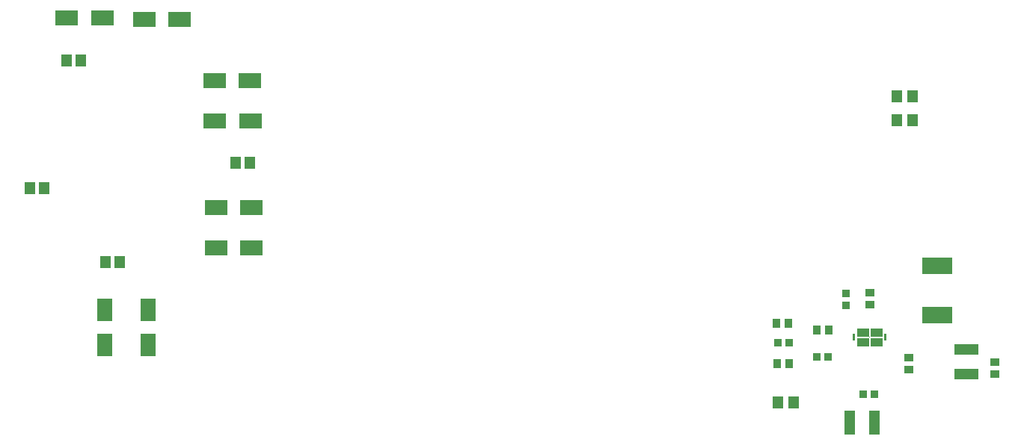
<source format=gbp>
G04*
G04 #@! TF.GenerationSoftware,Altium Limited,Altium Designer,20.2.5 (213)*
G04*
G04 Layer_Color=128*
%FSAX44Y44*%
%MOMM*%
G71*
G04*
G04 #@! TF.SameCoordinates,DEE1CB44-B07E-4D6A-B40A-D2815B2109DB*
G04*
G04*
G04 #@! TF.FilePolarity,Positive*
G04*
G01*
G75*
%ADD21R,1.3000X1.4000*%
%ADD22R,1.1500X1.3500*%
%ADD51R,0.9500X0.8500*%
%ADD52R,0.8500X0.9500*%
%ADD53R,0.9000X1.0000*%
%ADD54R,3.4000X1.8500*%
%ADD55R,1.3000X2.7000*%
%ADD56R,1.0000X0.9000*%
%ADD57R,2.7000X1.3000*%
%ADD58R,2.5000X1.7000*%
%ADD59R,1.7000X2.5000*%
%ADD70O,0.3968X0.0368*%
%ADD71O,0.0368X0.3968*%
%ADD72R,0.0254X0.0254*%
G36*
X01374409Y00393431D02*
X01361129D01*
Y00402601D01*
X01374409D01*
Y00393431D01*
D02*
G37*
G36*
X01359129Y00388530D02*
X01356159D01*
Y00396330D01*
X01359129D01*
Y00388530D01*
D02*
G37*
G36*
X01374409Y00382261D02*
X01361129D01*
Y00391431D01*
X01374409D01*
Y00382261D01*
D02*
G37*
G36*
X01389689Y00393431D02*
X01376409D01*
Y00402601D01*
X01389689D01*
Y00393431D01*
D02*
G37*
G36*
X01394659Y00388530D02*
X01391689D01*
Y00396330D01*
X01394659D01*
Y00388530D01*
D02*
G37*
G36*
X01389689Y00382261D02*
X01376409D01*
Y00391431D01*
X01389689D01*
Y00382261D01*
D02*
G37*
D21*
X00441070Y00561340D02*
D03*
X00425070D02*
D03*
X00657860Y00590550D02*
D03*
X00673860D02*
D03*
X00466600Y00706120D02*
D03*
X00482600D02*
D03*
X00526160Y00477520D02*
D03*
X00510160D02*
D03*
D22*
X01271550Y00318614D02*
D03*
X01289050D02*
D03*
X01406030Y00665480D02*
D03*
X01423530D02*
D03*
X01406030Y00638810D02*
D03*
X01423530D02*
D03*
D51*
X01348740Y00428954D02*
D03*
Y00441954D02*
D03*
D52*
X01284120Y00386570D02*
D03*
X01271120D02*
D03*
X01328570Y00370684D02*
D03*
X01315570D02*
D03*
X01380640Y00328150D02*
D03*
X01367640D02*
D03*
D53*
X01269600Y00408784D02*
D03*
X01283100D02*
D03*
X01284370Y00362440D02*
D03*
X01270870D02*
D03*
X01328820Y00401164D02*
D03*
X01315320D02*
D03*
D54*
X01451610Y00473520D02*
D03*
Y00418020D02*
D03*
D55*
X01352520Y00295910D02*
D03*
X01380520D02*
D03*
D56*
X01375410Y00429974D02*
D03*
Y00443474D02*
D03*
X01419860Y00369100D02*
D03*
Y00355600D02*
D03*
X01517253Y00350520D02*
D03*
Y00364020D02*
D03*
D57*
X01484630Y00378460D02*
D03*
Y00350460D02*
D03*
D58*
X00554040Y00753110D02*
D03*
X00594040D02*
D03*
X00466730Y00754380D02*
D03*
X00506730D02*
D03*
X00674370Y00637540D02*
D03*
X00634370D02*
D03*
X00675320Y00494030D02*
D03*
X00635320D02*
D03*
X00674050Y00683260D02*
D03*
X00634050D02*
D03*
X00675320Y00539750D02*
D03*
X00635320D02*
D03*
D59*
X00558800Y00423860D02*
D03*
Y00383860D02*
D03*
X00509270Y00423860D02*
D03*
Y00383860D02*
D03*
D70*
X01353909Y00399930D02*
D03*
X01396909D02*
D03*
Y00384930D02*
D03*
X01353909D02*
D03*
D71*
X01357910Y00408931D02*
D03*
X01362910D02*
D03*
X01367910D02*
D03*
X01372910D02*
D03*
X01377910D02*
D03*
X01382910D02*
D03*
X01387910D02*
D03*
X01392910D02*
D03*
Y00375931D02*
D03*
X01387910D02*
D03*
X01382910D02*
D03*
X01377910D02*
D03*
X01372910D02*
D03*
X01367910D02*
D03*
X01362910D02*
D03*
X01357910D02*
D03*
D72*
X01375410Y00392430D02*
D03*
M02*

</source>
